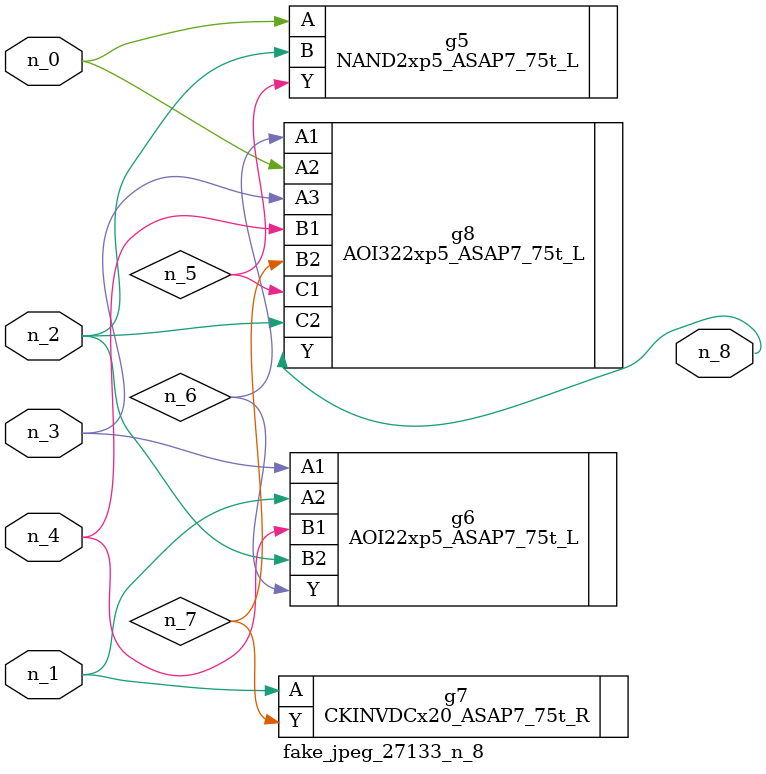
<source format=v>
module fake_jpeg_27133_n_8 (n_3, n_2, n_1, n_0, n_4, n_8);

input n_3;
input n_2;
input n_1;
input n_0;
input n_4;

output n_8;

wire n_6;
wire n_5;
wire n_7;

NAND2xp5_ASAP7_75t_L g5 ( 
.A(n_0),
.B(n_2),
.Y(n_5)
);

AOI22xp5_ASAP7_75t_L g6 ( 
.A1(n_3),
.A2(n_1),
.B1(n_4),
.B2(n_2),
.Y(n_6)
);

CKINVDCx20_ASAP7_75t_R g7 ( 
.A(n_1),
.Y(n_7)
);

AOI322xp5_ASAP7_75t_L g8 ( 
.A1(n_6),
.A2(n_0),
.A3(n_3),
.B1(n_4),
.B2(n_7),
.C1(n_5),
.C2(n_2),
.Y(n_8)
);


endmodule
</source>
